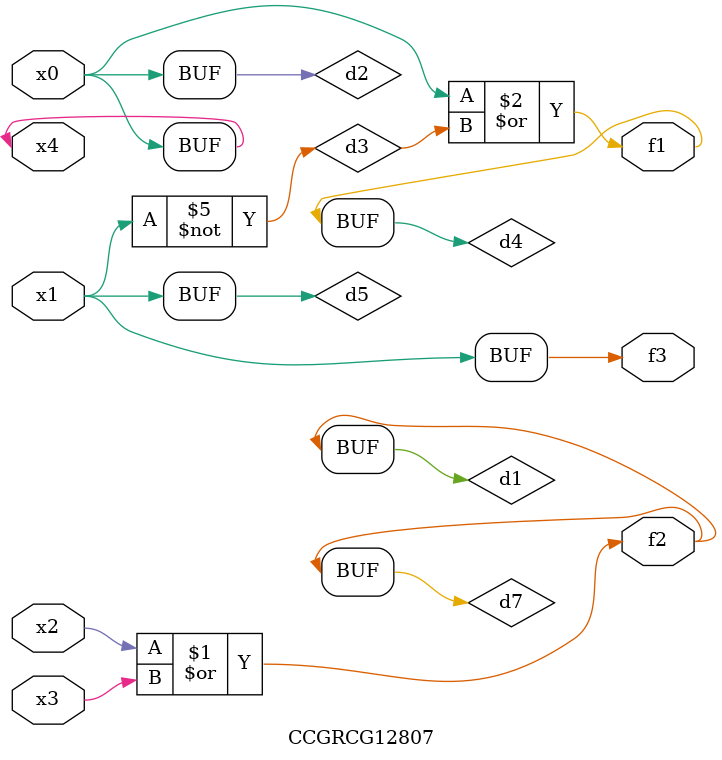
<source format=v>
module CCGRCG12807(
	input x0, x1, x2, x3, x4,
	output f1, f2, f3
);

	wire d1, d2, d3, d4, d5, d6, d7;

	or (d1, x2, x3);
	buf (d2, x0, x4);
	not (d3, x1);
	or (d4, d2, d3);
	not (d5, d3);
	nand (d6, d1, d3);
	or (d7, d1);
	assign f1 = d4;
	assign f2 = d7;
	assign f3 = d5;
endmodule

</source>
